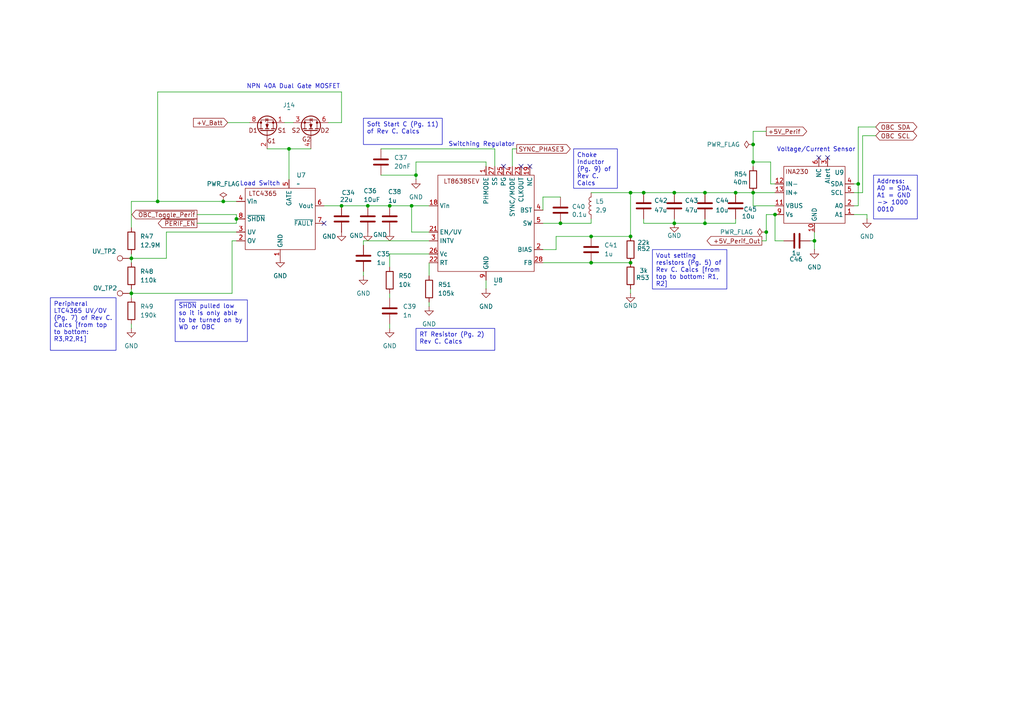
<source format=kicad_sch>
(kicad_sch (version 20250114) (generator "eeschema") (generator_version "9.0")
  (paper "A4")
  (lib_symbols
    (symbol "Connector:TestPoint" (pin_numbers (hide yes)) (pin_names (offset 0.762) (hide yes))
      (property "Reference" "TP" (at 0 6.858 0))
      (property "Value" "TestPoint" (at 0 5.08 0))
      (symbol "TestPoint_0_1"
        (circle (center 0 3.302) (radius 0.762))
      )
      (symbol "TestPoint_1_1"
        (pin passive line (at 0 0 90) (length 2.54) (name "1") (number "1"))
      )
    )
    (symbol "Device:C" (pin_numbers (hide yes)) (pin_names (offset 0.254))
      (property "Reference" "C" (at 0.635 2.54 0))
      (property "Value" "C" (at 0.635 -2.54 0))
      (symbol "C_0_1"
        (polyline (pts (xy -2.032 0.762) (xy 2.032 0.762)) (stroke (width 0.508)))
        (polyline (pts (xy -2.032 -0.762) (xy 2.032 -0.762)) (stroke (width 0.508)))
      )
      (symbol "C_1_1"
        (pin passive line (at 0 3.81 270) (length 2.794) (name "~") (number "1"))
        (pin passive line (at 0 -3.81 90) (length 2.794) (name "~") (number "2"))
      )
    )
    (symbol "Device:L" (pin_numbers (hide yes)) (pin_names (offset 1.016) (hide yes))
      (property "Reference" "L" (at -1.27 0 90))
      (property "Value" "L" (at 1.905 0 90))
      (symbol "L_0_1"
        (arc (start 0 2.54) (mid 0.6323 1.905) (end 0 1.27))
        (arc (start 0 1.27) (mid 0.6323 0.635) (end 0 0))
        (arc (start 0 0) (mid 0.6323 -0.635) (end 0 -1.27))
        (arc (start 0 -1.27) (mid 0.6323 -1.905) (end 0 -2.54))
      )
      (symbol "L_1_1"
        (pin passive line (at 0 3.81 270) (length 1.27) (name "1") (number "1"))
        (pin passive line (at 0 -3.81 90) (length 1.27) (name "2") (number "2"))
      )
    )
    (symbol "Device:R" (pin_numbers (hide yes)) (pin_names (offset 0))
      (property "Reference" "R" (at 2.032 0 90))
      (property "Value" "R" (at 0 0 90))
      (symbol "R_0_1"
        (rectangle (start -1.016 -2.54) (end 1.016 2.54) (stroke (width 0.254)))
      )
      (symbol "R_1_1"
        (pin passive line (at 0 3.81 270) (length 1.27) (name "~") (number "1"))
        (pin passive line (at 0 -3.81 90) (length 1.27) (name "~") (number "2"))
      )
    )
    (symbol "INA230:INA230 [RGT PACKAGE]"
      (property "Reference" "U" (at 7.62 7.62 0))
      (property "Value" "INA230" (at 0 0 0))
      (symbol "INA230 [RGT PACKAGE]_0_1"
        (rectangle (start -8.89 8.89) (end 8.89 -7.62))
      )
      (symbol "INA230 [RGT PACKAGE]_1_1"
        (text "INA230" (at -5.08 7.366 0) (effects (font (size 1.27 1.27))))
        (pin input line (at -11.43 3.81 0) (length 2.54) (name "IN-") (number "12"))
        (pin input line (at -11.43 1.27 0) (length 2.54) (name "IN+") (number "13"))
        (pin input line (at -11.43 -2.54 0) (length 2.54) (name "VBUS") (number "11"))
        (pin power_in line (at -11.43 -5.08 0) (length 2.54) (name "Vs") (number "9"))
        (pin power_in line (at 0 -10.16 90) (length 2.54) (name "GND") (number "10"))
        (pin passive line (at 1.27 11.43 270) (length 2.54) (name "NC") (number "6"))
        (pin output line (at 3.81 11.43 270) (length 2.54) (name "Alert") (number "3"))
        (pin bidirectional line (at 11.43 3.81 180) (length 2.54) (name "SDA") (number "4"))
        (pin bidirectional line (at 11.43 1.27 180) (length 2.54) (name "SCL") (number "5"))
        (pin input line (at 11.43 -2.54 180) (length 2.54) (name "A0") (number "2"))
        (pin input line (at 11.43 -5.08 180) (length 2.54) (name "A1") (number "1"))
      )
    )
    (symbol "LT8638SEV#PBF:LT863SEV#PBF"
      (property "Reference" "U" (at 12.954 -2.286 0))
      (symbol "LT863SEV#PBF_0_1"
        (rectangle (start -13.97 15.24) (end 13.97 -12.7))
      )
      (symbol "LT863SEV#PBF_1_1"
        (text "LT8638SEV\n" (at -7.112 13.462 0) (effects (font (size 1.27 1.27))))
        (pin power_in line (at -16.51 6.35 0) (length 2.54) (name "Vin") (number "18"))
        (pin input line (at -16.51 -1.27 0) (length 2.54) (name "EN/UV") (number "21"))
        (pin input line (at -16.51 -3.81 0) (length 2.54) (name "INTV") (number "3"))
        (pin input line (at -16.51 -7.62 0) (length 2.54) (name "Vc") (number "26"))
        (pin passive line (at -16.51 -10.16 0) (length 2.54) (name "RT") (number "22"))
        (pin passive line (at 0 17.78 270) (length 2.54) (name "PHMODE") (number "1"))
        (pin power_in line (at 0 -15.24 90) (length 2.54) (name "GND") (number "9"))
        (pin passive line (at 2.54 17.78 270) (length 2.54) (name "SS") (number "27"))
        (pin passive line (at 5.08 17.78 270) (length 2.54) (name "PG") (number "25"))
        (pin passive line (at 7.62 17.78 270) (length 2.54) (name "SYNC/MODE") (number "24"))
        (pin passive line (at 10.16 17.78 270) (length 2.54) (name "CLKOUT") (number "23"))
        (pin passive line (at 12.7 17.78 270) (length 2.54) (name "NC") (number "19"))
        (pin power_out line (at 16.51 5.08 180) (length 2.54) (name "BST") (number "4"))
        (pin power_out line (at 16.51 1.27 180) (length 2.54) (name "SW") (number "5"))
        (pin power_out line (at 16.51 -6.35 180) (length 2.54) (name "BIAS") (number "2"))
        (pin power_out line (at 16.51 -10.16 180) (length 2.54) (name "FB") (number "28"))
      )
    )
    (symbol "LTC4365:LTC4365"
      (property "Reference" "U" (at 7.874 -7.874 0))
      (symbol "LTC4365_0_1"
        (rectangle (start -11.43 8.89) (end 8.89 -8.89))
      )
      (symbol "LTC4365_1_1"
        (text "LTC4365\n" (at -6.35 7.366 0) (effects (font (size 1.27 1.27))))
        (pin power_in line (at -13.97 5.08 0) (length 2.54) (name "Vin") (number "4"))
        (pin passive line (at -13.97 0 0) (length 2.54) (name "~{SHDN}") (number "8"))
        (pin input line (at -13.97 -3.81 0) (length 2.54) (name "UV") (number "3"))
        (pin input line (at -13.97 -6.35 0) (length 2.54) (name "OV") (number "2"))
        (pin power_in line (at -1.27 -11.43 90) (length 2.54) (name "GND") (number "1"))
        (pin output line (at 1.27 11.43 270) (length 2.54) (name "GATE") (number "5"))
        (pin power_out line (at 11.43 3.81 180) (length 2.54) (name "Vout") (number "6"))
        (pin output line (at 11.43 -1.27 180) (length 2.54) (name "~{FAULT}") (number "7"))
      )
    )
    (symbol "SISB46DN:SISB46DN"
      (symbol "SISB46DN_0_1"
        (polyline (pts (xy -8.89 1.27) (xy -8.128 1.27)))
        (polyline (pts (xy -8.636 -0.508) (xy -7.62 -0.508)) (stroke (width 0.254)))
        (polyline (pts (xy -8.255 -1.016) (xy -4.445 -1.016)) (stroke (width 0.254)))
        (circle (center -8.128 1.27) (radius 0.254) (fill (type outline)))
        (polyline (pts (xy -6.858 1.524) (xy -6.731 1.651) (xy -6.731 2.413) (xy -6.604 2.54)))
        (polyline (pts (xy -6.858 -0.508) (xy -5.842 -0.508)) (stroke (width 0.254)))
        (polyline (pts (xy -6.731 2.032) (xy -6.096 1.651) (xy -6.096 2.413) (xy -6.731 2.032)))
        (circle (center -6.35 0.381) (radius 2.794) (stroke (width 0.254)))
        (polyline (pts (xy -6.35 -0.254) (xy -6.731 0.762) (xy -5.969 0.762) (xy -6.35 -0.254)) (fill (type outline)))
        (polyline (pts (xy -6.35 -1.016) (xy -6.35 -3.81)))
        (polyline (pts (xy -5.08 -0.508) (xy -4.064 -0.508)) (stroke (width 0.254)))
        (circle (center -4.572 1.27) (radius 0.254) (fill (type outline)))
        (polyline (pts (xy -4.572 -0.508) (xy -4.572 2.032) (xy -8.128 2.032) (xy -8.128 -0.508)))
        (polyline (pts (xy -3.81 1.27) (xy -6.35 1.27) (xy -6.35 -0.508)))
        (polyline (pts (xy 3.81 1.27) (xy 6.35 1.27) (xy 6.35 -0.508)))
        (circle (center 4.572 1.27) (radius 0.254) (fill (type outline)))
        (polyline (pts (xy 4.572 -0.508) (xy 4.572 2.032) (xy 8.128 2.032) (xy 8.128 -0.508)))
        (polyline (pts (xy 5.08 -0.508) (xy 4.064 -0.508)) (stroke (width 0.254)))
        (circle (center 6.35 0.381) (radius 2.794) (stroke (width 0.254)))
        (polyline (pts (xy 6.35 -0.254) (xy 6.731 0.762) (xy 5.969 0.762) (xy 6.35 -0.254)) (fill (type outline)))
        (polyline (pts (xy 6.35 -1.016) (xy 6.35 -3.81)))
        (polyline (pts (xy 6.731 2.032) (xy 6.096 1.651) (xy 6.096 2.413) (xy 6.731 2.032)))
        (polyline (pts (xy 6.858 1.524) (xy 6.731 1.651) (xy 6.731 2.413) (xy 6.604 2.54)))
        (polyline (pts (xy 6.858 -0.508) (xy 5.842 -0.508)) (stroke (width 0.254)))
        (circle (center 8.128 1.27) (radius 0.254) (fill (type outline)))
        (polyline (pts (xy 8.255 -1.016) (xy 4.445 -1.016)) (stroke (width 0.254)))
        (polyline (pts (xy 8.636 -0.508) (xy 7.62 -0.508)) (stroke (width 0.254)))
        (polyline (pts (xy 8.89 1.27) (xy 8.128 1.27)))
      )
      (symbol "SISB46DN_1_1"
        (text "D1" (at -10.414 -1.016 0) (effects (font (size 1.27 1.27))))
        (text "G1" (at -5.08 -4.064 0) (effects (font (size 1.27 1.27))))
        (text "S1" (at -2.032 -1.016 0) (effects (font (size 1.27 1.27))))
        (text "S2" (at 2.032 -1.016 0) (effects (font (size 1.27 1.27))))
        (text "G2" (at 5.08 -3.556 0) (effects (font (size 1.27 1.27))))
        (text "D2" (at 10.414 -1.016 0) (effects (font (size 1.27 1.27))))
        (pin passive line (at -11.43 1.27 0) (length 2.54) (hide yes) (name "") (number "7"))
        (pin passive line (at -11.43 1.27 0) (length 2.54) (name "") (number "8"))
        (pin input line (at -6.35 -6.35 90) (length 2.54) (name "") (number "2"))
        (pin passive line (at -1.27 1.27 180) (length 2.54) (name "") (number "1"))
        (pin passive line (at 1.27 1.27 0) (length 2.54) (name "") (number "3"))
        (pin input line (at 6.35 -6.35 90) (length 2.54) (name "") (number "4"))
        (pin passive line (at 11.43 1.27 180) (length 2.54) (hide yes) (name "") (number "5"))
        (pin passive line (at 11.43 1.27 180) (length 2.54) (name "") (number "6"))
      )
    )
    (symbol "power:GND" (power) (pin_numbers (hide yes)) (pin_names (offset 0) (hide yes))
      (property "Value" "GND" (at 0 -3.81 0))
      (symbol "GND_0_1"
        (polyline (pts (xy 0 0) (xy 0 -1.27) (xy 1.27 -1.27) (xy 0 -2.54) (xy -1.27 -1.27) (xy 0 -1.27)))
      )
      (symbol "GND_1_1"
        (pin power_in line (at 0 0 270) (length 0) (name "~") (number "1"))
      )
    )
    (symbol "power:PWR_FLAG" (power) (pin_numbers (hide yes)) (pin_names (offset 0) (hide yes))
      (property "Value" "PWR_FLAG" (at 0 3.81 0))
      (symbol "PWR_FLAG_0_0"
        (pin power_out line (at 0 0 90) (length 0) (name "~") (number "1"))
      )
      (symbol "PWR_FLAG_0_1"
        (polyline (pts (xy 0 0) (xy 0 1.27) (xy -1.016 1.905) (xy 0 2.54) (xy 1.016 1.905) (xy 0 1.27)))
      )
    )
  )
  (text "Voltage/Current Sensor" (at 236.728 43.434 0) (effects (font (size 1.27 1.27))))
  (text "NPN 40A Dual Gate MOSFET" (at 85.09 25.146 0) (effects (font (size 1.27 1.27))))
  (text "Load Switch" (at 75.438 53.34 0) (effects (font (size 1.27 1.27))))
  (text "Switching Regulator" (at 139.7 41.91 0) (effects (font (size 1.27 1.27))))
  (text_box "Vout setting resistors (Pg. 5) of Rev C. Calcs [from top to bottom: R1, R2]" (at 189.23 72.39 0) (size 21.59 11.43) (margins 0.9525 0.9525 0.9525 0.9525) (effects (font (size 1.27 1.27)) (justify left top)))
  (text_box "Peripheral LTC4365 UV/OV (Pg. 7) of Rev C. Calcs [from top to bottom: R3,R2,R1]" (at 14.605 86.36 0) (size 19.05 15.24) (margins 0.9525 0.9525 0.9525 0.9525) (effects (font (size 1.27 1.27)) (justify left top)))
  (text_box "RT Resistor (Pg. 2) Rev C. Calcs" (at 120.65 95.25 0) (size 22.86 6.35) (margins 0.9525 0.9525 0.9525 0.9525) (effects (font (size 1.27 1.27)) (justify left top)))
  (text_box "Soft Start C (Pg. 11) of Rev C. Calcs" (at 105.41 34.29 0) (size 22.86 7.62) (margins 0.9525 0.9525 0.9525 0.9525) (effects (font (size 1.27 1.27)) (justify left top)))
  (text_box "Choke Inductor (Pg. 9) of Rev C. Calcs" (at 166.37 43.18 0) (size 12.7 11.43) (margins 0.9525 0.9525 0.9525 0.9525) (effects (font (size 1.27 1.27)) (justify left top)))
  (text_box "~{SHDN} pulled low so it is only able to be turned on by WD or OBC" (at 50.8 86.995 0) (size 20.955 12.065) (margins 0.9525 0.9525 0.9525 0.9525) (effects (font (size 1.27 1.27)) (justify left top)))
  (text_box "Address: A0 = SDA, A1 = GND -> 1000 0010\n\n" (at 253.365 50.8 0) (size 12.7 12.7) (margins 0.9525 0.9525 0.9525 0.9525) (effects (font (size 1.27 1.27)) (justify left top)))
  (junction (at 38.1 74.93))
  (junction (at 64.77 58.42))
  (junction (at 213.36 55.88))
  (junction (at 195.58 64.77))
  (junction (at 120.65 50.8))
  (junction (at 83.82 43.18))
  (junction (at 113.03 59.69))
  (junction (at 162.56 64.77))
  (junction (at 182.88 76.2))
  (junction (at 224.79 62.23))
  (junction (at 236.22 69.85))
  (junction (at 171.45 76.2))
  (junction (at 222.25 67.31))
  (junction (at 99.06 59.69))
  (junction (at 119.38 59.69))
  (junction (at 182.88 68.58))
  (junction (at 45.72 58.42))
  (junction (at 218.44 46.99))
  (junction (at 182.88 55.88))
  (junction (at 186.69 55.88))
  (junction (at 195.58 55.88))
  (junction (at 171.45 68.58))
  (junction (at 204.47 55.88))
  (junction (at 38.1 85.09))
  (junction (at 106.68 59.69))
  (junction (at 204.47 64.77))
  (junction (at 248.92 53.34))
  (junction (at 68.58 63.5))
  (junction (at 218.44 55.88))
  (junction (at 218.44 41.91))
  (no_connect (at 153.67 48.26))
  (no_connect (at 93.98 64.77))
  (no_connect (at 240.03 45.72))
  (no_connect (at 146.05 48.26))
  (no_connect (at 151.13 48.26))
  (no_connect (at 237.49 45.72))
  (wire (pts (xy 95.25 35.56) (xy 99.06 35.56)))
  (wire (pts (xy 182.88 55.88) (xy 186.69 55.88)))
  (wire (pts (xy 106.68 59.69) (xy 113.03 59.69)))
  (wire (pts (xy 223.52 46.99) (xy 223.52 53.34)))
  (wire (pts (xy 186.69 55.88) (xy 195.58 55.88)))
  (wire (pts (xy 195.58 55.88) (xy 204.47 55.88)))
  (wire (pts (xy 38.1 73.66) (xy 38.1 74.93)))
  (wire (pts (xy 171.45 76.2) (xy 182.88 76.2)))
  (wire (pts (xy 38.1 58.42) (xy 38.1 66.04)))
  (wire (pts (xy 113.03 93.98) (xy 113.03 95.25)))
  (wire (pts (xy 182.88 55.88) (xy 182.88 68.58)))
  (wire (pts (xy 38.1 83.82) (xy 38.1 85.09)))
  (wire (pts (xy 218.44 55.88) (xy 218.44 59.69)))
  (wire (pts (xy 157.48 57.15) (xy 162.56 57.15)))
  (wire (pts (xy 234.95 69.85) (xy 236.22 69.85)))
  (wire (pts (xy 218.44 46.99) (xy 223.52 46.99)))
  (wire (pts (xy 119.38 59.69) (xy 124.46 59.69)))
  (wire (pts (xy 157.48 72.39) (xy 161.29 72.39)))
  (wire (pts (xy 186.69 64.77) (xy 195.58 64.77)))
  (wire (pts (xy 149.86 43.18) (xy 148.59 43.18)))
  (wire (pts (xy 140.97 46.99) (xy 120.65 46.99)))
  (wire (pts (xy 67.31 85.09) (xy 67.31 69.85)))
  (wire (pts (xy 186.69 63.5) (xy 186.69 64.77)))
  (wire (pts (xy 140.97 46.99) (xy 140.97 48.26)))
  (wire (pts (xy 182.88 85.09) (xy 182.88 83.82)))
  (wire (pts (xy 213.36 64.77) (xy 213.36 63.5)))
  (wire (pts (xy 224.79 69.85) (xy 227.33 69.85)))
  (wire (pts (xy 38.1 85.09) (xy 38.1 86.36)))
  (wire (pts (xy 222.25 67.31) (xy 222.25 62.23)))
  (wire (pts (xy 157.48 76.2) (xy 171.45 76.2)))
  (wire (pts (xy 113.03 85.09) (xy 113.03 86.36)))
  (wire (pts (xy 222.25 62.23) (xy 224.79 62.23)))
  (wire (pts (xy 213.36 55.88) (xy 218.44 55.88)))
  (wire (pts (xy 99.06 35.56) (xy 99.06 26.67)))
  (wire (pts (xy 218.44 41.91) (xy 218.44 38.1)))
  (wire (pts (xy 204.47 55.88) (xy 213.36 55.88)))
  (wire (pts (xy 236.22 72.39) (xy 236.22 69.85)))
  (wire (pts (xy 57.15 64.77) (xy 68.58 64.77)))
  (wire (pts (xy 45.72 58.42) (xy 64.77 58.42)))
  (wire (pts (xy 38.1 93.98) (xy 38.1 95.25)))
  (wire (pts (xy 248.92 36.83) (xy 254 36.83)))
  (wire (pts (xy 120.65 46.99) (xy 120.65 50.8)))
  (wire (pts (xy 124.46 67.31) (xy 119.38 67.31)))
  (wire (pts (xy 38.1 74.93) (xy 48.26 74.93)))
  (wire (pts (xy 48.26 67.31) (xy 48.26 74.93)))
  (wire (pts (xy 157.48 60.96) (xy 157.48 57.15)))
  (wire (pts (xy 143.51 48.26) (xy 143.51 43.18)))
  (wire (pts (xy 161.29 68.58) (xy 171.45 68.58)))
  (wire (pts (xy 99.06 26.67) (xy 45.72 26.67)))
  (wire (pts (xy 218.44 59.69) (xy 224.79 59.69)))
  (wire (pts (xy 113.03 73.66) (xy 113.03 77.47)))
  (wire (pts (xy 83.82 43.18) (xy 83.82 52.07)))
  (wire (pts (xy 247.65 62.23) (xy 251.46 62.23)))
  (wire (pts (xy 247.65 53.34) (xy 248.92 53.34)))
  (wire (pts (xy 82.55 35.56) (xy 85.09 35.56)))
  (wire (pts (xy 120.65 52.07) (xy 120.65 50.8)))
  (wire (pts (xy 124.46 87.63) (xy 124.46 88.9)))
  (wire (pts (xy 124.46 73.66) (xy 113.03 73.66)))
  (wire (pts (xy 236.22 69.85) (xy 236.22 67.31)))
  (wire (pts (xy 99.06 59.69) (xy 106.68 59.69)))
  (wire (pts (xy 38.1 74.93) (xy 38.1 76.2)))
  (wire (pts (xy 143.51 43.18) (xy 110.49 43.18)))
  (wire (pts (xy 248.92 59.69) (xy 248.92 53.34)))
  (wire (pts (xy 140.97 81.28) (xy 140.97 83.82)))
  (wire (pts (xy 113.03 59.69) (xy 119.38 59.69)))
  (wire (pts (xy 195.58 64.77) (xy 204.47 64.77)))
  (wire (pts (xy 57.15 62.23) (xy 68.58 62.23)))
  (wire (pts (xy 105.41 71.12) (xy 105.41 69.85)))
  (wire (pts (xy 218.44 38.1) (xy 222.25 38.1)))
  (wire (pts (xy 250.19 55.88) (xy 250.19 39.37)))
  (wire (pts (xy 83.82 43.18) (xy 90.17 43.18)))
  (wire (pts (xy 220.98 69.85) (xy 222.25 69.85)))
  (wire (pts (xy 171.45 64.77) (xy 171.45 63.5)))
  (wire (pts (xy 162.56 64.77) (xy 171.45 64.77)))
  (wire (pts (xy 68.58 62.23) (xy 68.58 63.5)))
  (wire (pts (xy 67.31 69.85) (xy 68.58 69.85)))
  (wire (pts (xy 157.48 64.77) (xy 162.56 64.77)))
  (wire (pts (xy 68.58 64.77) (xy 68.58 63.5)))
  (wire (pts (xy 247.65 59.69) (xy 248.92 59.69)))
  (wire (pts (xy 105.41 69.85) (xy 124.46 69.85)))
  (wire (pts (xy 222.25 69.85) (xy 222.25 67.31)))
  (wire (pts (xy 48.26 67.31) (xy 68.58 67.31)))
  (wire (pts (xy 105.41 78.74) (xy 105.41 80.01)))
  (wire (pts (xy 45.72 26.67) (xy 45.72 58.42)))
  (wire (pts (xy 124.46 76.2) (xy 124.46 80.01)))
  (wire (pts (xy 204.47 64.77) (xy 213.36 64.77)))
  (wire (pts (xy 77.47 43.18) (xy 83.82 43.18)))
  (wire (pts (xy 93.98 59.69) (xy 99.06 59.69)))
  (wire (pts (xy 247.65 55.88) (xy 250.19 55.88)))
  (wire (pts (xy 218.44 46.99) (xy 218.44 48.26)))
  (wire (pts (xy 224.79 62.23) (xy 224.79 69.85)))
  (wire (pts (xy 218.44 46.99) (xy 218.44 41.91)))
  (wire (pts (xy 204.47 63.5) (xy 204.47 64.77)))
  (wire (pts (xy 195.58 63.5) (xy 195.58 64.77)))
  (wire (pts (xy 250.19 39.37) (xy 254 39.37)))
  (wire (pts (xy 182.88 55.88) (xy 171.45 55.88)))
  (wire (pts (xy 248.92 53.34) (xy 248.92 36.83)))
  (wire (pts (xy 66.04 35.56) (xy 72.39 35.56)))
  (wire (pts (xy 148.59 43.18) (xy 148.59 48.26)))
  (wire (pts (xy 161.29 68.58) (xy 161.29 72.39)))
  (wire (pts (xy 38.1 58.42) (xy 45.72 58.42)))
  (wire (pts (xy 223.52 53.34) (xy 224.79 53.34)))
  (wire (pts (xy 64.77 58.42) (xy 68.58 58.42)))
  (wire (pts (xy 38.1 85.09) (xy 67.31 85.09)))
  (wire (pts (xy 218.44 55.88) (xy 224.79 55.88)))
  (wire (pts (xy 251.46 62.23) (xy 251.46 63.5)))
  (wire (pts (xy 110.49 50.8) (xy 120.65 50.8)))
  (wire (pts (xy 171.45 68.58) (xy 182.88 68.58)))
  (wire (pts (xy 119.38 67.31) (xy 119.38 59.69)))
  (global_label "~{OBC_Toggle_Perif}" (shape output) (at 57.15 62.23 180) (property "Intersheetrefs" "${INTERSHEET_REFS}" (effects (hide yes))))
  (global_label "OBC SDA" (shape bidirectional) (at 254 36.83 0) (property "Intersheetrefs" "${INTERSHEET_REFS}" (effects (hide yes))))
  (global_label "~{PERIF_EN}" (shape output) (at 57.15 64.77 180) (property "Intersheetrefs" "${INTERSHEET_REFS}" (effects (hide yes))))
  (global_label "+5V_Perif_Out" (shape output) (at 220.98 69.85 180) (property "Intersheetrefs" "${INTERSHEET_REFS}" (effects (hide yes))))
  (global_label "OBC SCL" (shape bidirectional) (at 254 39.37 0) (property "Intersheetrefs" "${INTERSHEET_REFS}" (effects (hide yes))))
  (global_label "+5V_Perif" (shape output) (at 222.25 38.1 0) (property "Intersheetrefs" "${INTERSHEET_REFS}" (effects (hide yes))))
  (global_label "SYNC_PHASE3" (shape output) (at 149.86 43.18 0) (property "Intersheetrefs" "${INTERSHEET_REFS}" (effects (hide yes))))
  (global_label "+V_Batt" (shape input) (at 66.04 35.56 180) (property "Intersheetrefs" "${INTERSHEET_REFS}" (effects (hide yes))))
  (symbol (lib_id "power:GND") (at 140.97 83.82 0) (unit 1)
    (property "Reference" "#PWR054" (effects (hide yes)))
    (property "Value" "GND" (at 140.97 88.9 0))
    (property "Description" "Power symbol creates a global label with name \"GND\" , ground" (effects (hide yes)))
  )
  (symbol (lib_id "power:GND") (at 99.06 67.31 0) (unit 1)
    (property "Reference" "#PWR047" (effects (hide yes)))
    (property "Value" "GND" (at 95.504 68.58 0))
    (property "Description" "Power symbol creates a global label with name \"GND\" , ground" (effects (hide yes)))
  )
  (symbol (lib_id "Device:C") (at 113.03 90.17 0) (unit 1)
    (property "Reference" "C39" (at 116.84 88.8999 0) (effects (justify left)))
    (property "Value" "1n" (at 116.84 91.4399 0) (effects (justify left)))
    (property "Footprint" "Capacitor_SMD:C_0603_1608Metric" (effects (hide yes)))
    (property "Description" "Unpolarized capacitor" (effects (hide yes)))
  )
  (symbol (lib_id "power:GND") (at 182.88 85.09 0) (unit 1)
    (property "Reference" "#PWR055" (effects (hide yes)))
    (property "Value" "GND" (at 182.88 88.646 0))
    (property "Description" "Power symbol creates a global label with name \"GND\" , ground" (effects (hide yes)))
  )
  (symbol (lib_id "Device:R") (at 218.44 52.07 0) (unit 1)
    (property "Reference" "R54" (at 212.852 50.546 0) (effects (justify left)))
    (property "Value" "40m" (at 212.598 52.832 0) (effects (justify left)))
    (property "Footprint" "Resistor_SMD:R_0603_1608Metric" (effects (hide yes)))
    (property "Description" "Resistor" (effects (hide yes)))
  )
  (symbol (lib_id "Device:R") (at 38.1 69.85 0) (unit 1)
    (property "Reference" "R47" (at 40.64 68.5799 0) (effects (justify left)))
    (property "Value" "12.9M" (at 40.64 71.1199 0) (effects (justify left)))
    (property "Footprint" "Resistor_SMD:R_0603_1608Metric" (effects (hide yes)))
    (property "Description" "Resistor" (effects (hide yes)))
  )
  (symbol (lib_id "Device:R") (at 38.1 90.17 0) (unit 1)
    (property "Reference" "R49" (at 40.64 88.8999 0) (effects (justify left)))
    (property "Value" "190k" (at 40.64 91.4399 0) (effects (justify left)))
    (property "Footprint" "Resistor_SMD:R_0603_1608Metric" (effects (hide yes)))
    (property "Description" "Resistor" (effects (hide yes)))
  )
  (symbol (lib_id "power:GND") (at 120.65 52.07 0) (unit 1)
    (property "Reference" "#PWR052" (effects (hide yes)))
    (property "Value" "GND" (at 120.65 57.15 0))
    (property "Description" "Power symbol creates a global label with name \"GND\" , ground" (effects (hide yes)))
  )
  (symbol (lib_id "Device:R") (at 124.46 83.82 0) (unit 1)
    (property "Reference" "R51" (at 127 82.5499 0) (effects (justify left)))
    (property "Value" "105k" (at 127 85.0899 0) (effects (justify left)))
    (property "Footprint" "Resistor_SMD:R_0603_1608Metric" (effects (hide yes)))
    (property "Description" "Resistor" (effects (hide yes)))
  )
  (symbol (lib_id "LTC4365:LTC4365") (at 82.55 63.5 0) (unit 1)
    (property "Reference" "U7" (at 85.9633 50.8 0) (effects (justify left)))
    (property "Value" "~" (at 85.9633 53.34 0) (effects (justify left)))
    (property "Footprint" "RevC Footprints:LTC4365" (effects (hide yes)))
    (property "Datasheet" "https://www.analog.com/media/en/technical-documentation/data-sheets/LTC4365.pdf" (effects (hide yes)))
    (property "Description" "Overvoltage, Undervoltage and Reverse Supply Protection Controller" (effects (hide yes)))
  )
  (symbol (lib_id "Device:C") (at 186.69 59.69 0) (unit 1)
    (property "Reference" "C42" (at 189.738 58.166 0) (effects (justify left)))
    (property "Value" "47u" (at 189.738 60.96 0) (effects (justify left)))
    (property "Footprint" "Capacitor_SMD:C_0603_1608Metric" (effects (hide yes)))
    (property "Description" "Unpolarized capacitor" (effects (hide yes)))
  )
  (symbol (lib_id "Device:L") (at 171.45 59.69 180) (unit 1)
    (property "Reference" "L5" (at 172.72 58.4199 0) (effects (justify right)))
    (property "Value" "2.9" (at 172.72 60.9599 0) (effects (justify right)))
    (property "Datasheet" "https://www.coilcraft.com/en-us/products/power/shielded-inductors/molded-inductor/xel/xel6030/?srsltid=AfmBOoqxe6hS-AVIr3woqGFRZjt3QaXyQi86MwGE0zvqKz2AENsjz4RA" (effects (hide yes)))
    (property "Description" "Coilcraft XEL6030-102 Power Inductor" (effects (hide yes)))
  )
  (symbol (lib_id "Device:C") (at 213.36 59.69 0) (unit 1)
    (property "Reference" "C45" (at 215.646 60.706 0) (effects (justify left)))
    (property "Value" "10u" (at 215.138 62.738 0) (effects (justify left)))
    (property "Footprint" "Capacitor_SMD:C_0603_1608Metric" (effects (hide yes)))
    (property "Description" "Unpolarized capacitor" (effects (hide yes)))
  )
  (symbol (lib_id "SISB46DN:SISB46DN") (at 83.82 36.83 0) (unit 1)
    (property "Reference" "J14" (at 83.82 30.48 0))
    (property "Value" "~" (at 83.82 31.75 0))
    (property "Footprint" "RevC Footprints:MOSFET_DN-T1-GE3_VIS" (effects (hide yes)))
    (property "Datasheet" "https://www.vishay.com/docs/76655/sisb46dn.pdf" (effects (hide yes)))
    (property "Description" "Dual N-Channel 40V (D-S) MOSFET" (effects (hide yes)))
  )
  (symbol (lib_id "power:GND") (at 113.03 67.31 0) (unit 1)
    (property "Reference" "#PWR050" (effects (hide yes)))
    (property "Value" "GND" (at 110.236 68.072 0))
    (property "Description" "Power symbol creates a global label with name \"GND\" , ground" (effects (hide yes)))
  )
  (symbol (lib_id "Connector:TestPoint") (at 38.1 85.09 90) (unit 1)
    (property "Reference" "OV_TP2" (at 30.48 83.566 90))
    (property "Value" "TestPoint" (effects (hide yes)))
    (property "Footprint" "TestPoint:TestPoint_Pad_1.0x1.0mm" (effects (hide yes)))
    (property "Description" "test point" (effects (hide yes)))
  )
  (symbol (lib_id "Device:C") (at 110.49 46.99 0) (unit 1)
    (property "Reference" "C37" (at 114.3 45.7199 0) (effects (justify left)))
    (property "Value" "20nF" (at 114.3 48.2599 0) (effects (justify left)))
    (property "Footprint" "Capacitor_SMD:C_0603_1608Metric" (effects (hide yes)))
    (property "Description" "Unpolarized capacitor" (effects (hide yes)))
  )
  (symbol (lib_id "LT8638SEV#PBF:LT863SEV#PBF") (at 140.97 66.04 0) (unit 1)
    (property "Reference" "U8" (at 143.1133 81.28 0) (effects (justify left)))
    (property "Value" "~" (at 143.1133 82.55 0) (effects (justify left)))
    (property "Footprint" "RevC Footprints:LT8638SEVPBF" (effects (hide yes)))
    (property "Datasheet" "https://www.mouser.com/datasheet/2/609/lt8638s-2301712.pdf" (effects (hide yes)))
    (property "Description" "42V, 10A/12A Peak Synchronous Step-Down Silent Switcher 2" (effects (hide yes)))
  )
  (symbol (lib_id "power:GND") (at 105.41 80.01 0) (unit 1)
    (property "Reference" "#PWR048" (effects (hide yes)))
    (property "Value" "GND" (at 105.41 85.09 0))
    (property "Description" "Power symbol creates a global label with name \"GND\" , ground" (effects (hide yes)))
  )
  (symbol (lib_id "power:PWR_FLAG") (at 222.25 67.31 90) (unit 1)
    (property "Reference" "#FLG012" (effects (hide yes)))
    (property "Value" "PWR_FLAG" (at 218.44 67.3099 90) (effects (justify left)))
    (property "Description" "Special symbol for telling ERC where power comes from" (effects (hide yes)))
  )
  (symbol (lib_id "Device:R") (at 182.88 80.01 0) (unit 1)
    (property "Reference" "R53" (at 186.436 80.518 0))
    (property "Value" "3k" (at 186.69 78.486 0))
    (property "Footprint" "Resistor_SMD:R_0603_1608Metric" (effects (hide yes)))
    (property "Description" "Resistor" (effects (hide yes)))
  )
  (symbol (lib_id "Device:C") (at 113.03 63.5 0) (unit 1)
    (property "Reference" "C38" (at 112.522 55.626 0) (effects (justify left)))
    (property "Value" "1u" (at 112.522 58.166 0) (effects (justify left)))
    (property "Footprint" "Capacitor_SMD:C_0603_1608Metric" (effects (hide yes)))
    (property "Description" "Unpolarized capacitor" (effects (hide yes)))
  )
  (symbol (lib_id "power:GND") (at 195.58 64.77 0) (unit 1)
    (property "Reference" "#PWR056" (effects (hide yes)))
    (property "Value" "GND" (at 195.58 68.326 0))
    (property "Description" "Power symbol creates a global label with name \"GND\" , ground" (effects (hide yes)))
  )
  (symbol (lib_id "power:PWR_FLAG") (at 64.77 58.42 0) (unit 1)
    (property "Reference" "#FLG011" (effects (hide yes)))
    (property "Value" "PWR_FLAG" (at 64.77 53.34 0))
    (property "Description" "Special symbol for telling ERC where power comes from" (effects (hide yes)))
  )
  (symbol (lib_id "Device:C") (at 204.47 59.69 0) (unit 1)
    (property "Reference" "C44" (at 207.518 58.166 0) (effects (justify left)))
    (property "Value" "10u" (at 207.518 60.96 0) (effects (justify left)))
    (property "Footprint" "Capacitor_SMD:C_0603_1608Metric" (effects (hide yes)))
    (property "Description" "Unpolarized capacitor" (effects (hide yes)))
  )
  (symbol (lib_id "Connector:TestPoint") (at 38.1 74.93 90) (unit 1)
    (property "Reference" "UV_TP2" (at 30.226 72.898 90))
    (property "Value" "TestPoint" (effects (hide yes)))
    (property "Footprint" "TestPoint:TestPoint_Pad_1.0x1.0mm" (effects (hide yes)))
    (property "Description" "test point" (effects (hide yes)))
  )
  (symbol (lib_id "Device:C") (at 105.41 74.93 0) (unit 1)
    (property "Reference" "C35" (at 109.22 73.6599 0) (effects (justify left)))
    (property "Value" "1u" (at 109.22 76.1999 0) (effects (justify left)))
    (property "Footprint" "Capacitor_SMD:C_0603_1608Metric" (effects (hide yes)))
    (property "Description" "Unpolarized capacitor" (effects (hide yes)))
  )
  (symbol (lib_id "power:GND") (at 106.68 67.31 0) (unit 1)
    (property "Reference" "#PWR049" (effects (hide yes)))
    (property "Value" "GND" (at 103.378 68.326 0))
    (property "Description" "Power symbol creates a global label with name \"GND\" , ground" (effects (hide yes)))
  )
  (symbol (lib_id "power:GND") (at 81.28 74.93 0) (unit 1)
    (property "Reference" "#PWR046" (effects (hide yes)))
    (property "Value" "GND" (at 81.28 80.01 0))
    (property "Description" "Power symbol creates a global label with name \"GND\" , ground" (effects (hide yes)))
  )
  (symbol (lib_id "Device:C") (at 231.14 69.85 270) (unit 1)
    (property "Reference" "C46" (at 230.886 75.184 90))
    (property "Value" "1u" (at 230.886 73.406 90))
    (property "Footprint" "Capacitor_SMD:C_0603_1608Metric" (effects (hide yes)))
    (property "Description" "Unpolarized capacitor" (effects (hide yes)))
  )
  (symbol (lib_id "Device:C") (at 106.68 63.5 0) (unit 1)
    (property "Reference" "C36" (at 105.41 55.372 0) (effects (justify left)))
    (property "Value" "10uF" (at 105.41 57.912 0) (effects (justify left)))
    (property "Footprint" "Capacitor_SMD:C_0603_1608Metric" (effects (hide yes)))
    (property "Description" "Unpolarized capacitor" (effects (hide yes)))
  )
  (symbol (lib_id "power:GND") (at 38.1 95.25 0) (unit 1)
    (property "Reference" "#PWR045" (effects (hide yes)))
    (property "Value" "GND" (at 38.1 100.33 0))
    (property "Description" "Power symbol creates a global label with name \"GND\" , ground" (effects (hide yes)))
  )
  (symbol (lib_id "power:GND") (at 113.03 95.25 0) (unit 1)
    (property "Reference" "#PWR051" (effects (hide yes)))
    (property "Value" "GND" (at 113.03 100.33 0))
    (property "Description" "Power symbol creates a global label with name \"GND\" , ground" (effects (hide yes)))
  )
  (symbol (lib_id "Device:C") (at 99.06 63.5 0) (unit 1)
    (property "Reference" "C34" (at 99.06 55.88 0) (effects (justify left)))
    (property "Value" "22u" (at 98.552 57.912 0) (effects (justify left)))
    (property "Footprint" "Capacitor_SMD:C_0603_1608Metric" (effects (hide yes)))
    (property "Description" "Unpolarized capacitor" (effects (hide yes)))
  )
  (symbol (lib_id "power:GND") (at 236.22 72.39 0) (unit 1)
    (property "Reference" "#PWR057" (effects (hide yes)))
    (property "Value" "GND" (at 236.22 77.47 0))
    (property "Description" "Power symbol creates a global label with name \"GND\" , ground" (effects (hide yes)))
  )
  (symbol (lib_id "Device:R") (at 38.1 80.01 0) (unit 1)
    (property "Reference" "R48" (at 40.64 78.7399 0) (effects (justify left)))
    (property "Value" "110k" (at 40.64 81.2799 0) (effects (justify left)))
    (property "Footprint" "Resistor_SMD:R_0603_1608Metric" (effects (hide yes)))
    (property "Description" "Resistor" (effects (hide yes)))
  )
  (symbol (lib_id "Device:C") (at 171.45 72.39 0) (unit 1)
    (property "Reference" "C41" (at 175.26 71.1199 0) (effects (justify left)))
    (property "Value" "1u" (at 175.26 73.6599 0) (effects (justify left)))
    (property "Footprint" "Capacitor_SMD:C_0603_1608Metric" (effects (hide yes)))
    (property "Description" "Unpolarized capacitor" (effects (hide yes)))
  )
  (symbol (lib_id "Device:R") (at 113.03 81.28 0) (unit 1)
    (property "Reference" "R50" (at 115.57 80.0099 0) (effects (justify left)))
    (property "Value" "10k" (at 115.57 82.5499 0) (effects (justify left)))
    (property "Footprint" "Resistor_SMD:R_0603_1608Metric" (effects (hide yes)))
    (property "Description" "Resistor" (effects (hide yes)))
  )
  (symbol (lib_id "Device:C") (at 162.56 60.96 0) (unit 1)
    (property "Reference" "C40" (at 165.862 59.944 0) (effects (justify left)))
    (property "Value" "0.1u" (at 165.862 62.23 0) (effects (justify left)))
    (property "Footprint" "Capacitor_SMD:C_0603_1608Metric" (effects (hide yes)))
    (property "Description" "Unpolarized capacitor" (effects (hide yes)))
  )
  (symbol (lib_id "power:PWR_FLAG") (at 218.44 41.91 90) (unit 1)
    (property "Reference" "#FLG07" (effects (hide yes)))
    (property "Value" "PWR_FLAG" (at 214.63 41.9099 90) (effects (justify left)))
    (property "Description" "Special symbol for telling ERC where power comes from" (effects (hide yes)))
  )
  (symbol (lib_id "power:GND") (at 124.46 88.9 0) (unit 1)
    (property "Reference" "#PWR053" (effects (hide yes)))
    (property "Value" "GND" (at 124.46 93.98 0))
    (property "Description" "Power symbol creates a global label with name \"GND\" , ground" (effects (hide yes)))
  )
  (symbol (lib_id "power:GND") (at 251.46 63.5 0) (unit 1)
    (property "Reference" "#PWR058" (effects (hide yes)))
    (property "Value" "GND" (at 251.46 68.58 0))
    (property "Description" "Power symbol creates a global label with name \"GND\" , ground" (effects (hide yes)))
  )
  (symbol (lib_id "Device:C") (at 195.58 59.69 0) (unit 1)
    (property "Reference" "C43" (at 198.628 58.166 0) (effects (justify left)))
    (property "Value" "47u" (at 198.628 60.96 0) (effects (justify left)))
    (property "Footprint" "Capacitor_SMD:C_0603_1608Metric" (effects (hide yes)))
    (property "Description" "Unpolarized capacitor" (effects (hide yes)))
  )
  (symbol (lib_id "Device:R") (at 182.88 72.39 180) (unit 1)
    (property "Reference" "R52" (at 186.69 72.136 0))
    (property "Value" "22k" (at 186.69 70.358 0))
    (property "Footprint" "Resistor_SMD:R_0603_1608Metric" (effects (hide yes)))
    (property "Description" "Resistor" (effects (hide yes)))
  )
  (symbol (lib_id "INA230:INA230 [RGT PACKAGE]") (at 236.22 57.15 0) (unit 1)
    (property "Reference" "U9" (at 242.062 50.038 0) (effects (justify left)))
    (property "Value" "INA230" (effects (hide yes)))
    (property "Footprint" "RevC Footprints:INA230AIRGTT" (effects (hide yes)))
    (property "Datasheet" "https://www.ti.com/lit/ds/symlink/ina230.pdf?ts=1739195723292" (effects (hide yes)))
    (property "Description" "INA230 36V, 16-Bit, I2C Output Current, Voltage and Power Monitor With Alert" (effects (hide yes)))
  )
)
</source>
